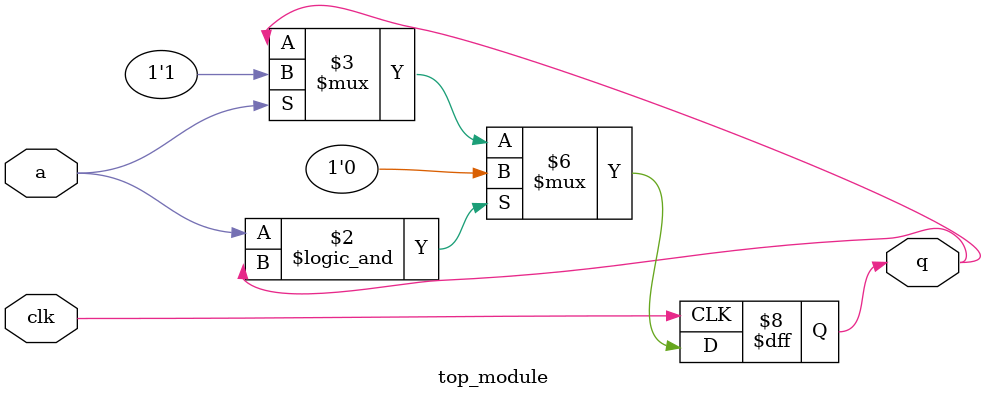
<source format=sv>
module top_module (
    input clk,
    input a,
    output reg q
);

always @(posedge clk) begin
    if (a && q)
        q <= 0;
    else if (a)
        q <= 1;
end

endmodule

</source>
